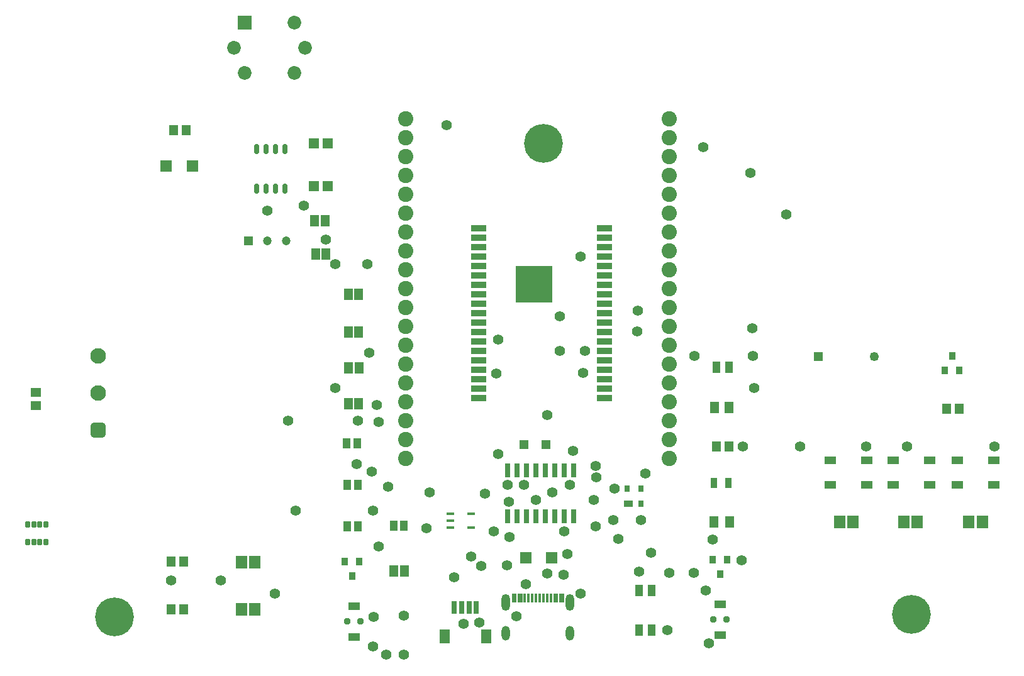
<source format=gts>
G04*
G04 #@! TF.GenerationSoftware,Altium Limited,Altium Designer,25.5.2 (35)*
G04*
G04 Layer_Color=8388736*
%FSLAX44Y44*%
%MOMM*%
G71*
G04*
G04 #@! TF.SameCoordinates,227BAF76-4A0D-4DC8-B4C5-2559F8F0295E*
G04*
G04*
G04 #@! TF.FilePolarity,Negative*
G04*
G01*
G75*
%ADD29R,1.1046X1.3562*%
%ADD32R,1.2046X1.3621*%
%ADD33R,2.0000X0.9000*%
%ADD34R,1.5000X1.5000*%
%ADD35R,1.1303X0.4318*%
%ADD37R,1.3621X1.2046*%
%ADD40R,1.2500X1.2200*%
%ADD41R,1.4046X1.4621*%
%ADD42R,1.3061X1.5082*%
%ADD43R,5.0000X5.0000*%
%ADD44R,0.9500X1.4500*%
%ADD45R,1.2065X1.5082*%
%ADD49R,1.6500X1.0500*%
%ADD50R,0.9500X1.0500*%
%ADD51R,1.6500X1.1000*%
%ADD52R,1.0000X1.5000*%
%ADD53R,0.4500X1.3000*%
%ADD54R,0.7900X1.9500*%
%ADD55O,0.7000X1.4000*%
%ADD56R,1.2500X1.5000*%
%ADD57R,0.7500X1.7000*%
%ADD58R,1.6500X1.7000*%
G04:AMPARAMS|DCode=59|XSize=0.8358mm|YSize=0.65mm|CornerRadius=0.1375mm|HoleSize=0mm|Usage=FLASHONLY|Rotation=90.000|XOffset=0mm|YOffset=0mm|HoleType=Round|Shape=RoundedRectangle|*
%AMROUNDEDRECTD59*
21,1,0.8358,0.3750,0,0,90.0*
21,1,0.5608,0.6500,0,0,90.0*
1,1,0.2750,0.1875,0.2804*
1,1,0.2750,0.1875,-0.2804*
1,1,0.2750,-0.1875,-0.2804*
1,1,0.2750,-0.1875,0.2804*
%
%ADD59ROUNDEDRECTD59*%
%ADD60R,1.1500X0.8500*%
%ADD61R,1.3500X1.9500*%
%ADD62R,0.7500X0.8500*%
%ADD63C,0.9500*%
G04:AMPARAMS|DCode=64|XSize=1.15mm|YSize=2.25mm|CornerRadius=0.575mm|HoleSize=0mm|Usage=FLASHONLY|Rotation=0.000|XOffset=0mm|YOffset=0mm|HoleType=Round|Shape=RoundedRectangle|*
%AMROUNDEDRECTD64*
21,1,1.1500,1.1000,0,0,0.0*
21,1,0.0000,2.2500,0,0,0.0*
1,1,1.1500,0.0000,-0.5500*
1,1,1.1500,0.0000,-0.5500*
1,1,1.1500,0.0000,0.5500*
1,1,1.1500,0.0000,0.5500*
%
%ADD64ROUNDEDRECTD64*%
G04:AMPARAMS|DCode=65|XSize=1.15mm|YSize=1.95mm|CornerRadius=0.575mm|HoleSize=0mm|Usage=FLASHONLY|Rotation=0.000|XOffset=0mm|YOffset=0mm|HoleType=Round|Shape=RoundedRectangle|*
%AMROUNDEDRECTD65*
21,1,1.1500,0.8000,0,0,0.0*
21,1,0.0000,1.9500,0,0,0.0*
1,1,1.1500,0.0000,-0.4000*
1,1,1.1500,0.0000,-0.4000*
1,1,1.1500,0.0000,0.4000*
1,1,1.1500,0.0000,0.4000*
%
%ADD65ROUNDEDRECTD65*%
%ADD66C,0.1500*%
%ADD67C,1.2500*%
%ADD68R,1.2500X1.2500*%
%ADD69C,2.0550*%
%ADD70C,1.8500*%
%ADD71R,1.8500X1.8500*%
%ADD72C,2.1000*%
G04:AMPARAMS|DCode=73|XSize=2.1mm|YSize=2.1mm|CornerRadius=0.5625mm|HoleSize=0mm|Usage=FLASHONLY|Rotation=90.000|XOffset=0mm|YOffset=0mm|HoleType=Round|Shape=RoundedRectangle|*
%AMROUNDEDRECTD73*
21,1,2.1000,0.9750,0,0,90.0*
21,1,0.9750,2.1000,0,0,90.0*
1,1,1.1250,0.4875,0.4875*
1,1,1.1250,0.4875,-0.4875*
1,1,1.1250,-0.4875,-0.4875*
1,1,1.1250,-0.4875,0.4875*
%
%ADD73ROUNDEDRECTD73*%
%ADD74C,1.2000*%
%ADD75R,1.2000X1.2000*%
%ADD76C,1.4200*%
%ADD77C,5.2300*%
D29*
X786130Y471170D02*
D03*
X772014D02*
D03*
X786130Y527050D02*
D03*
X772014D02*
D03*
X785568Y582930D02*
D03*
X771452D02*
D03*
X848506Y472440D02*
D03*
X834390D02*
D03*
D32*
X552068Y359410D02*
D03*
X535052D02*
D03*
X552068Y424180D02*
D03*
X1269112Y579120D02*
D03*
X1286128D02*
D03*
X555496Y1004570D02*
D03*
X538480D02*
D03*
X1596008Y629920D02*
D03*
X1578992D02*
D03*
X535052Y424180D02*
D03*
D33*
X948690Y859790D02*
D03*
X1118690Y872490D02*
D03*
Y821690D02*
D03*
X948690Y872490D02*
D03*
Y694690D02*
D03*
X1118690Y859790D02*
D03*
Y847090D02*
D03*
Y834390D02*
D03*
Y808990D02*
D03*
Y796290D02*
D03*
Y783590D02*
D03*
Y770890D02*
D03*
Y758190D02*
D03*
Y745490D02*
D03*
Y732790D02*
D03*
Y720090D02*
D03*
Y707390D02*
D03*
Y694690D02*
D03*
Y681990D02*
D03*
Y669290D02*
D03*
Y656590D02*
D03*
Y643890D02*
D03*
X948690D02*
D03*
Y656590D02*
D03*
Y669290D02*
D03*
Y681990D02*
D03*
Y707390D02*
D03*
Y720090D02*
D03*
Y732790D02*
D03*
Y745490D02*
D03*
Y758190D02*
D03*
Y770890D02*
D03*
Y783590D02*
D03*
Y796290D02*
D03*
Y808990D02*
D03*
Y821690D02*
D03*
Y834390D02*
D03*
Y847090D02*
D03*
D34*
X1012470Y429260D02*
D03*
X563600Y956310D02*
D03*
X1047470Y429260D02*
D03*
X528600Y956310D02*
D03*
D35*
X938466Y488290D02*
D03*
X910654D02*
D03*
Y469290D02*
D03*
Y478790D02*
D03*
X938466Y469290D02*
D03*
D37*
X353060Y634112D02*
D03*
Y651128D02*
D03*
D40*
X1039640Y581660D02*
D03*
X1010140D02*
D03*
D41*
X746108Y929640D02*
D03*
Y986790D02*
D03*
X727092Y929640D02*
D03*
Y986790D02*
D03*
D42*
X1286111Y631190D02*
D03*
X1266589D02*
D03*
D43*
X1023690Y797490D02*
D03*
D44*
X1284830Y529590D02*
D03*
X1265330D02*
D03*
D45*
X1286859Y477520D02*
D03*
X1265841D02*
D03*
D49*
X1507120Y560060D02*
D03*
Y527060D02*
D03*
X1556120D02*
D03*
Y560060D02*
D03*
X1642480Y527060D02*
D03*
X1471030D02*
D03*
X1593480Y560060D02*
D03*
Y527060D02*
D03*
X1642480Y560060D02*
D03*
X1422030D02*
D03*
Y527060D02*
D03*
X1471030Y560060D02*
D03*
D50*
X1283310Y426560D02*
D03*
X1264310D02*
D03*
X1273810Y406560D02*
D03*
X788010Y424020D02*
D03*
X769010D02*
D03*
X778510Y404020D02*
D03*
X1595730Y680880D02*
D03*
X1576730D02*
D03*
X1586230Y700880D02*
D03*
D51*
X1273920Y366231D02*
D03*
Y324730D02*
D03*
X781050Y363690D02*
D03*
Y322191D02*
D03*
D52*
X1165230Y331470D02*
D03*
X1181730D02*
D03*
Y384810D02*
D03*
X1165230D02*
D03*
X1269370Y685800D02*
D03*
X1285870D02*
D03*
D53*
X1059200Y374520D02*
D03*
X1051200D02*
D03*
X1046200D02*
D03*
X1041200D02*
D03*
X1036200D02*
D03*
X1031200D02*
D03*
X1026200D02*
D03*
X1021200D02*
D03*
X1016200D02*
D03*
X1011200D02*
D03*
X1003200D02*
D03*
X995200D02*
D03*
X998200D02*
D03*
X1006200D02*
D03*
X1054200D02*
D03*
X1062200D02*
D03*
D54*
X988060Y546670D02*
D03*
X1000760D02*
D03*
X1013460D02*
D03*
X1026160D02*
D03*
X1038860D02*
D03*
X1051560D02*
D03*
X1064260D02*
D03*
X1076960D02*
D03*
Y484570D02*
D03*
X1064260D02*
D03*
X1051560D02*
D03*
X1038860D02*
D03*
X1026160D02*
D03*
X1013460D02*
D03*
X1000760D02*
D03*
X988060D02*
D03*
D55*
X650240Y926250D02*
D03*
X662940D02*
D03*
X675640D02*
D03*
X688340D02*
D03*
X650240Y978750D02*
D03*
X662940D02*
D03*
X675640D02*
D03*
X688340D02*
D03*
D56*
X787430Y783590D02*
D03*
X773430D02*
D03*
X787400Y732790D02*
D03*
X773400D02*
D03*
X788050Y684530D02*
D03*
X774050D02*
D03*
X787430Y636270D02*
D03*
X773430D02*
D03*
X743600Y838200D02*
D03*
X729600D02*
D03*
X742330Y882650D02*
D03*
X835010Y411480D02*
D03*
X849010D02*
D03*
X728330Y882650D02*
D03*
D57*
X925990Y361670D02*
D03*
X915990D02*
D03*
X945990D02*
D03*
X935990D02*
D03*
D58*
X647810Y422910D02*
D03*
Y359410D02*
D03*
X1626980Y477520D02*
D03*
X1539350D02*
D03*
X1452990D02*
D03*
X629810Y359410D02*
D03*
Y422910D02*
D03*
X1608980Y477520D02*
D03*
X1521350D02*
D03*
X1434990D02*
D03*
D59*
X358140Y449710D02*
D03*
X350140Y473710D02*
D03*
X342140Y449710D02*
D03*
Y473710D02*
D03*
X350140Y449710D02*
D03*
X366340D02*
D03*
X366140Y473710D02*
D03*
X358140D02*
D03*
D60*
X1150740Y501810D02*
D03*
D61*
X958990Y322920D02*
D03*
X902990D02*
D03*
D62*
X1167740Y501810D02*
D03*
Y521810D02*
D03*
X1148740D02*
D03*
D63*
X1282920Y345480D02*
D03*
X1264920D02*
D03*
X790050Y342940D02*
D03*
X772050D02*
D03*
D64*
X985500Y368870D02*
D03*
X1071900D02*
D03*
D65*
X985500Y327070D02*
D03*
X1071900D02*
D03*
D66*
X999800Y363870D02*
D03*
X1057600D02*
D03*
D67*
X1481990Y699770D02*
D03*
D68*
X1405990D02*
D03*
D69*
X850900Y1019810D02*
D03*
Y562610D02*
D03*
X1205230Y1019810D02*
D03*
Y918210D02*
D03*
Y867410D02*
D03*
X850900Y689610D02*
D03*
Y994410D02*
D03*
Y842010D02*
D03*
X1205230Y740410D02*
D03*
Y791210D02*
D03*
X850900Y943610D02*
D03*
Y613410D02*
D03*
Y791210D02*
D03*
Y765810D02*
D03*
Y740410D02*
D03*
X1205230Y613410D02*
D03*
Y842010D02*
D03*
X850900Y715010D02*
D03*
Y588010D02*
D03*
X1205230Y765810D02*
D03*
Y715010D02*
D03*
X850900Y664210D02*
D03*
Y638810D02*
D03*
Y816610D02*
D03*
X1205230Y562610D02*
D03*
Y816610D02*
D03*
Y943610D02*
D03*
Y969010D02*
D03*
Y994410D02*
D03*
Y892810D02*
D03*
Y689610D02*
D03*
Y664210D02*
D03*
Y638810D02*
D03*
Y588010D02*
D03*
X850900Y969010D02*
D03*
Y918210D02*
D03*
Y892810D02*
D03*
Y867410D02*
D03*
D70*
X701040Y1082040D02*
D03*
X633860D02*
D03*
X701040Y1149220D02*
D03*
X714950Y1115630D02*
D03*
X619950D02*
D03*
D71*
X633860Y1149220D02*
D03*
D72*
X436880Y650710D02*
D03*
Y700710D02*
D03*
D73*
Y600710D02*
D03*
D74*
X689610Y855980D02*
D03*
X664210D02*
D03*
D75*
X638810D02*
D03*
D76*
X814070Y612140D02*
D03*
X1318260Y701040D02*
D03*
X1239520D02*
D03*
X1106170Y552450D02*
D03*
X1075690Y572770D02*
D03*
X988060Y527050D02*
D03*
X1026160Y506730D02*
D03*
X986790Y419100D02*
D03*
X952500Y417830D02*
D03*
X806450Y492760D02*
D03*
X784860Y554990D02*
D03*
X702310Y492760D02*
D03*
X1316990Y737870D02*
D03*
X1250950Y981710D02*
D03*
X1314450Y947420D02*
D03*
X1085850Y834390D02*
D03*
X1319530Y657860D02*
D03*
X674370Y381000D02*
D03*
X601980Y398780D02*
D03*
X534670D02*
D03*
X824230Y298450D02*
D03*
X798830Y824230D02*
D03*
X755650D02*
D03*
X786130Y613410D02*
D03*
X692150D02*
D03*
X742950Y857250D02*
D03*
X664210Y896620D02*
D03*
X848360Y298450D02*
D03*
X713740Y902970D02*
D03*
X1258570Y313690D02*
D03*
X1304925Y579120D02*
D03*
X1381452D02*
D03*
X1470660D02*
D03*
X1643380D02*
D03*
X1525270D02*
D03*
X1089660Y678180D02*
D03*
X1173480Y542290D02*
D03*
X1131570Y521970D02*
D03*
X1303020Y425450D02*
D03*
X1254760Y384810D02*
D03*
X1238250Y408940D02*
D03*
X1205230D02*
D03*
X1202690Y331470D02*
D03*
X1181100Y435610D02*
D03*
X1068070Y434340D02*
D03*
X1062990Y406400D02*
D03*
X1164590Y410210D02*
D03*
X1064260Y464820D02*
D03*
X989330Y504190D02*
D03*
X1009650Y527050D02*
D03*
X1047750Y516890D02*
D03*
X975360Y568960D02*
D03*
X826770Y524510D02*
D03*
X1041400Y621030D02*
D03*
X1263650Y453390D02*
D03*
X1136650Y454660D02*
D03*
X1106170Y471170D02*
D03*
X1107440Y537210D02*
D03*
X1071880Y527050D02*
D03*
X1167130Y480060D02*
D03*
X1130300D02*
D03*
X1103630Y506730D02*
D03*
X1057910Y754380D02*
D03*
Y707390D02*
D03*
X990600Y457200D02*
D03*
X1362710Y891540D02*
D03*
X949960Y341630D02*
D03*
X928370Y340360D02*
D03*
X1085850Y381000D02*
D03*
X999490Y350520D02*
D03*
X1012190Y393700D02*
D03*
X969010Y464820D02*
D03*
X1041400Y407670D02*
D03*
X801370Y704850D02*
D03*
X938530Y430530D02*
D03*
X915670Y402590D02*
D03*
X975360Y722630D02*
D03*
X972820Y676910D02*
D03*
X882650Y516890D02*
D03*
X878840Y468630D02*
D03*
X848685Y350845D02*
D03*
X1162050Y734060D02*
D03*
X1163320Y762000D02*
D03*
X1092200Y707390D02*
D03*
X905837Y1011555D02*
D03*
X805176Y544830D02*
D03*
X755650Y657860D02*
D03*
X811530Y635000D02*
D03*
X957580Y515620D02*
D03*
X814070Y444500D02*
D03*
X806450Y309880D02*
D03*
X807720Y349250D02*
D03*
D77*
X458470D02*
D03*
X1531620Y353060D02*
D03*
X1036320Y986790D02*
D03*
M02*

</source>
